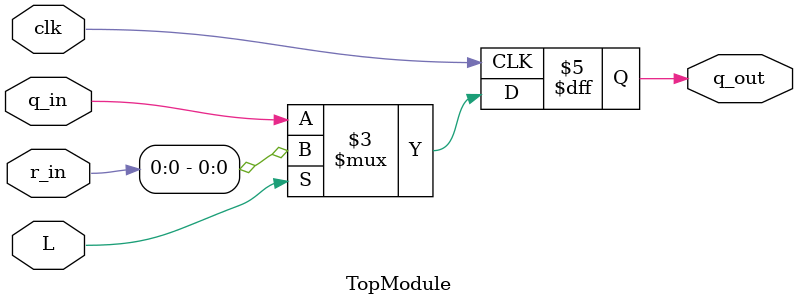
<source format=sv>
module TopModule (
    input logic clk,              // Clock input, active on rising edge
    input logic L,                // Load signal; when high, loads input data
    input logic [2:0] r_in,      // 3-bit input data for loading registers
    input logic q_in,            // Input for multiplexer (1 bit)
    output logic q_out           // Output from the flip-flop (1 bit)
);

always @(posedge clk) begin
    if (L) begin
        // Load behavior
        q_out <= r_in[0]; // Assuming q_out is the least significant bit
    end else begin
        // Multiplexing behavior: select q_in when L is low
        q_out <= q_in;
    end
end

endmodule
</source>
